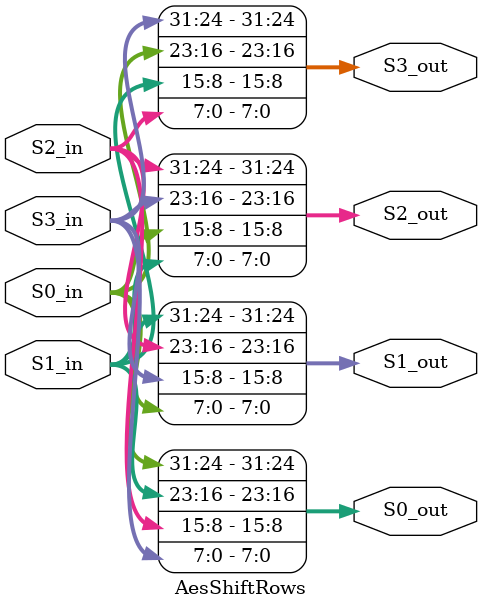
<source format=v>

`timescale 1ns/1ps

module AesShiftRows (
        S0_in,
        S1_in,
        S2_in,
        S3_in,
        
        S0_out,
        S1_out,
        S2_out,
        S3_out
  );
  
  input  [31:0] S0_in;
  input  [31:0] S1_in;
  input  [31:0] S2_in;
  input  [31:0] S3_in;
  
  output [31:0] S0_out;
  output [31:0] S1_out;
  output [31:0] S2_out;
  output [31:0] S3_out;
  
  wire   [31:0] S0_out;
  wire   [31:0] S1_out;
  wire   [31:0] S2_out;
  wire   [31:0] S3_out;
  
  assign S0_out [31:24] = S0_in [31:24];
  assign S1_out [31:24] = S1_in [31:24];
  assign S2_out [31:24] = S2_in [31:24];
  assign S3_out [31:24] = S3_in [31:24];
  
  assign S0_out [23:16] = S1_in [23:16];
  assign S1_out [23:16] = S2_in [23:16];
  assign S2_out [23:16] = S3_in [23:16];
  assign S3_out [23:16] = S0_in [23:16];

  assign S0_out [15: 8] = S2_in [15: 8];
  assign S1_out [15: 8] = S3_in [15: 8];
  assign S2_out [15: 8] = S0_in [15: 8];
  assign S3_out [15: 8] = S1_in [15: 8];

  assign S0_out [ 7: 0] = S3_in [ 7: 0];
  assign S1_out [ 7: 0] = S0_in [ 7: 0];
  assign S2_out [ 7: 0] = S1_in [ 7: 0];
  assign S3_out [ 7: 0] = S2_in [ 7: 0];
  
endmodule
</source>
